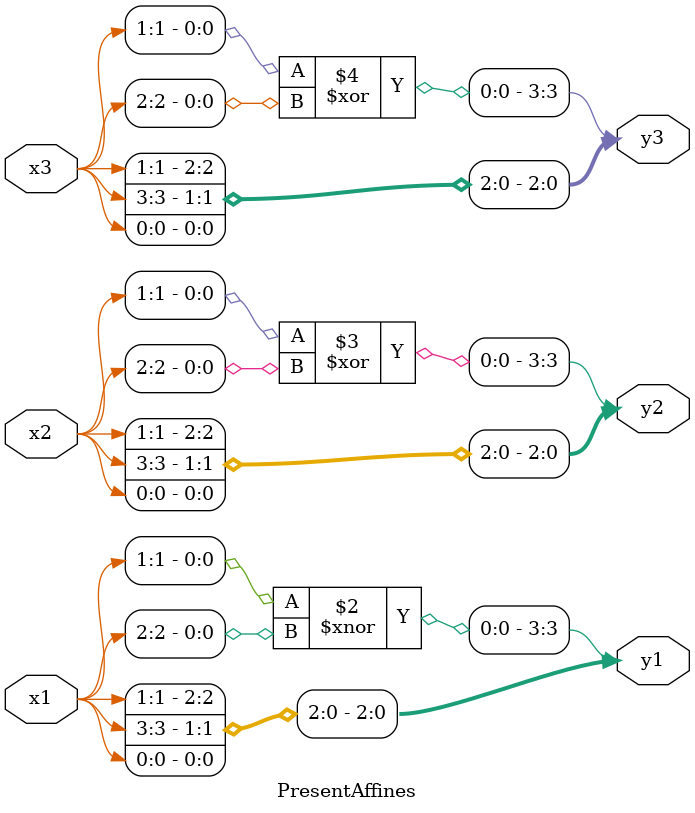
<source format=v>
/*
* -----------------------------------------------------------------
* AUTHOR  : Aein Rezaei Shahmirzadi (aein.rezaeishahmirzadi@rub.de)
* DOCUMENT: "Cryptanalysis of Efficient Masked Ciphers: Applications to Low Latency" (TCHES 2022, Issue 1)
* -----------------------------------------------------------------
*
* Copyright (c) 2021, Aein Rezaei Shahmirzadi
*
* All rights reserved.
*
* THIS SOFTWARE IS PROVIDED BY THE COPYRIGHT HOLDERS AND CONTRIBUTORS "AS IS" AND
* ANY EXPRESS OR IMPLIED WARRANTIES, INCLUDING, BUT NOT LIMITED TO, THE IMPLIED
* WARRANTIES OF MERCHANTABILITY AND FITNESS FOR A PARTICULAR PURPOSE ARE
* DISCLAIMED. IN NO EVENT SHALL THE COPYRIGHT HOLDER OR CONTRIBUTERS BE LIABLE FOR ANY
* DIRECT, INDIRECT, INCIDENTAL, SPECIAL, EXEMPLARY, OR CONSEQUENTIAL DAMAGES
* (INCLUDING, BUT NOT LIMITED TO, PROCUREMENT OF SUBSTITUTE GOODS OR SERVICES;
* LOSS OF USE, DATA, OR PROFITS; OR BUSINESS INTERRUPTION) HOWEVER CAUSED AND
* ON ANY THEORY OF LIABILITY, WHETHER IN CONTRACT, STRICT LIABILITY, OR TORT
* (INCLUDING NEGLIGENCE OR OTHERWISE) ARISING IN ANY WAY OUT OF THE USE OF THIS
* SOFTWARE, EVEN IF ADVISED OF THE POSSIBILITY OF SUCH DAMAGE.
*
* Please see LICENSE and README for license and further instructions.
*/

module PresentAffines(
    input [3:0] x1,
    input [3:0] x2,
    input [3:0] x3,
    output [3:0] y1,
    output [3:0] y2,
    output [3:0] y3
    );

	parameter num = 1;
	
	wire [3:0] notx1;
	assign notx1 = ~x1;
	
	generate
		//input affine
		if(num == 1) begin
			assign y1 = {x1[1] ~^ x1[2],x1[1],x1[3],x1[0]};
			assign y2 = {x2[1] ^ x2[2] ,x2[1],x2[3],x2[0]};
			assign y3 = {x3[1] ^ x3[2] ,x3[1],x3[3],x3[0]};
		end
		//output affine
		if(num == 2) begin
			assign y1 = {1'b1 ^ x1[1] ^ x1[2] ^ x1[3], x1[0] ^ x1[2] ^ x1[3], x1[1] ^ x1[2], x1[0] ~^ x1[3]};
			assign y2 = {1'b1 ^ x2[1] ^ x2[2] ^ x2[3], x2[0] ^ x2[2] ^ x2[3], x2[1] ^ x2[2], x2[0] ~^ x2[3]};
			assign y3 = {1'b1 ^ x3[1] ^ x3[2] ^ x3[3], x3[0] ^ x3[2] ^ x3[3], x3[1] ^ x3[2], x3[0] ~^ x3[3]};
		end
		//middle affine
		if(num == 3) begin
			assign y1 = {x1[0] ^ x1[1],x1[0],x1[2],x1[2] ^ x1[3]};
			assign y2 = {x2[0] ^ x2[1],x2[0],x2[2],x2[2] ^ x2[3]};
			assign y3 = {x3[0] ^ x3[1],x3[0],x3[2],x3[2] ^ x3[3]};
		end
   endgenerate

endmodule

</source>
